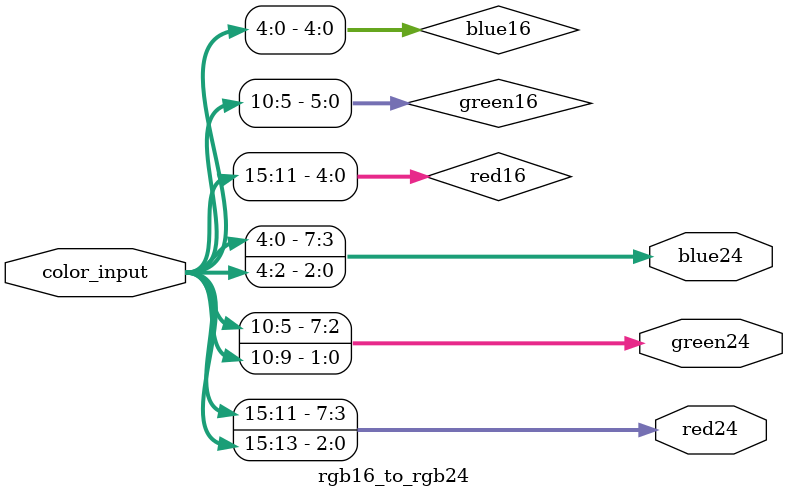
<source format=v>
module rgb16_to_rgb24(
	input      [15:0] color_input,
	output reg [7:0 ] red24,
	output reg [7:0 ] green24,
	output reg [7:0 ] blue24
);

wire [4:0] red16   = color_input[15:11];
wire [5:0] green16 = color_input[10:5];
wire [4:0] blue16  = color_input[4:0];

always @(*) begin
	// Replicar os MSBs nos LSBs melhora a fidelidade ao expandir de 5/6 para 8 bits.
	red24   = {red16, red16[4:2]};     // 5 → 8 bits
	green24 = {green16, green16[5:4]}; // 6 → 8 bits
	blue24  = {blue16, blue16[4:2]};   // 5 → 8 bits
end

endmodule

</source>
